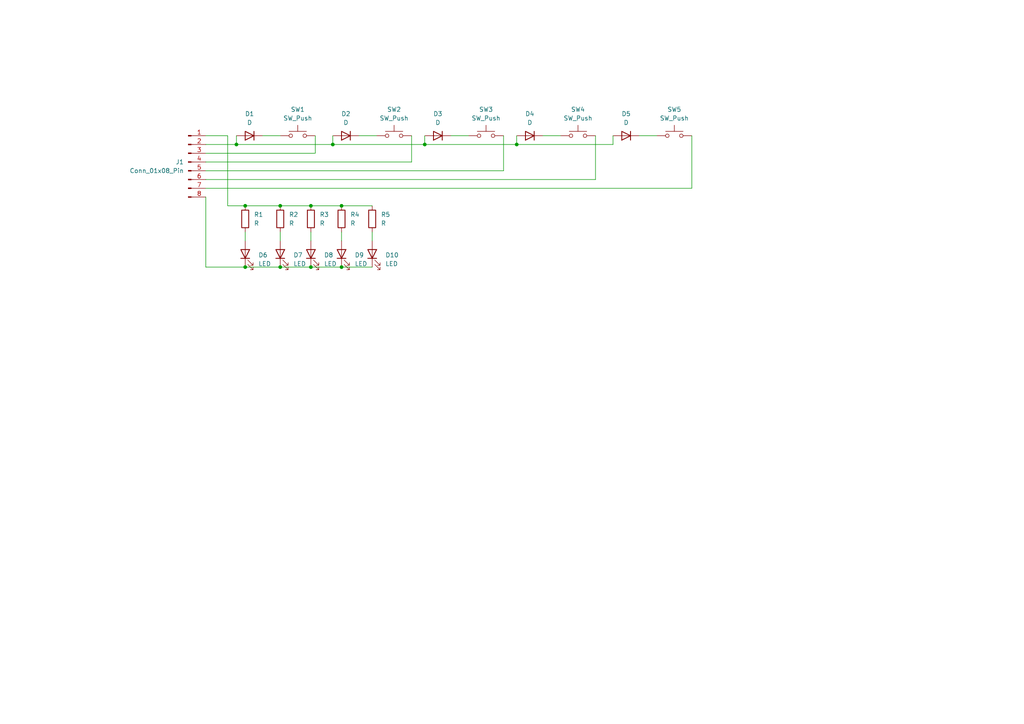
<source format=kicad_sch>
(kicad_sch (version 20250114) (generator "eeschema") (generator_version "9.0")
  (paper "A4")
  (lib_symbols
    (symbol "Connector:Conn_01x08_Pin" (pin_names (offset 1.016) (hide yes))
      (property "Reference" "J" (at 0 10.16 0))
      (property "Value" "Conn_01x08_Pin" (at 0 -12.7 0))
      (symbol "Conn_01x08_Pin_1_1"
        (rectangle (start 0.8636 7.747) (end 0 7.493) (stroke (width 0.1524)) (fill (type outline)))
        (rectangle (start 0.8636 5.207) (end 0 4.953) (stroke (width 0.1524)) (fill (type outline)))
        (rectangle (start 0.8636 2.667) (end 0 2.413) (stroke (width 0.1524)) (fill (type outline)))
        (rectangle (start 0.8636 0.127) (end 0 -0.127) (stroke (width 0.1524)) (fill (type outline)))
        (rectangle (start 0.8636 -2.413) (end 0 -2.667) (stroke (width 0.1524)) (fill (type outline)))
        (rectangle (start 0.8636 -4.953) (end 0 -5.207) (stroke (width 0.1524)) (fill (type outline)))
        (rectangle (start 0.8636 -7.493) (end 0 -7.747) (stroke (width 0.1524)) (fill (type outline)))
        (rectangle (start 0.8636 -10.033) (end 0 -10.287) (stroke (width 0.1524)) (fill (type outline)))
        (polyline (pts (xy 1.27 7.62) (xy 0.8636 7.62)) (stroke (width 0.1524)))
        (polyline (pts (xy 1.27 5.08) (xy 0.8636 5.08)) (stroke (width 0.1524)))
        (polyline (pts (xy 1.27 2.54) (xy 0.8636 2.54)) (stroke (width 0.1524)))
        (polyline (pts (xy 1.27 0) (xy 0.8636 0)) (stroke (width 0.1524)))
        (polyline (pts (xy 1.27 -2.54) (xy 0.8636 -2.54)) (stroke (width 0.1524)))
        (polyline (pts (xy 1.27 -5.08) (xy 0.8636 -5.08)) (stroke (width 0.1524)))
        (polyline (pts (xy 1.27 -7.62) (xy 0.8636 -7.62)) (stroke (width 0.1524)))
        (polyline (pts (xy 1.27 -10.16) (xy 0.8636 -10.16)) (stroke (width 0.1524)))
        (pin passive line (at 5.08 7.62 180) (length 3.81) (name "Pin_1") (number "1"))
        (pin passive line (at 5.08 5.08 180) (length 3.81) (name "Pin_2") (number "2"))
        (pin passive line (at 5.08 2.54 180) (length 3.81) (name "Pin_3") (number "3"))
        (pin passive line (at 5.08 0 180) (length 3.81) (name "Pin_4") (number "4"))
        (pin passive line (at 5.08 -2.54 180) (length 3.81) (name "Pin_5") (number "5"))
        (pin passive line (at 5.08 -5.08 180) (length 3.81) (name "Pin_6") (number "6"))
        (pin passive line (at 5.08 -7.62 180) (length 3.81) (name "Pin_7") (number "7"))
        (pin passive line (at 5.08 -10.16 180) (length 3.81) (name "Pin_8") (number "8"))
      )
    )
    (symbol "Device:D" (pin_numbers (hide yes)) (pin_names (offset 1.016) (hide yes))
      (property "Reference" "D" (at 0 2.54 0))
      (property "Value" "D" (at 0 -2.54 0))
      (symbol "D_0_1"
        (polyline (pts (xy -1.27 1.27) (xy -1.27 -1.27)) (stroke (width 0.254)))
        (polyline (pts (xy 1.27 1.27) (xy 1.27 -1.27) (xy -1.27 0) (xy 1.27 1.27)) (stroke (width 0.254)))
        (polyline (pts (xy 1.27 0) (xy -1.27 0)))
      )
      (symbol "D_1_1"
        (pin passive line (at -3.81 0 0) (length 2.54) (name "K") (number "1"))
        (pin passive line (at 3.81 0 180) (length 2.54) (name "A") (number "2"))
      )
    )
    (symbol "Device:LED" (pin_numbers (hide yes)) (pin_names (offset 1.016) (hide yes))
      (property "Reference" "D" (at 0 2.54 0))
      (property "Value" "LED" (at 0 -2.54 0))
      (symbol "LED_0_1"
        (polyline (pts (xy -3.048 -0.762) (xy -4.572 -2.286) (xy -3.81 -2.286) (xy -4.572 -2.286) (xy -4.572 -1.524)))
        (polyline (pts (xy -1.778 -0.762) (xy -3.302 -2.286) (xy -2.54 -2.286) (xy -3.302 -2.286) (xy -3.302 -1.524)))
        (polyline (pts (xy -1.27 0) (xy 1.27 0)))
        (polyline (pts (xy -1.27 -1.27) (xy -1.27 1.27)) (stroke (width 0.254)))
        (polyline (pts (xy 1.27 -1.27) (xy 1.27 1.27) (xy -1.27 0) (xy 1.27 -1.27)) (stroke (width 0.254)))
      )
      (symbol "LED_1_1"
        (pin passive line (at -3.81 0 0) (length 2.54) (name "K") (number "1"))
        (pin passive line (at 3.81 0 180) (length 2.54) (name "A") (number "2"))
      )
    )
    (symbol "Device:R" (pin_numbers (hide yes)) (pin_names (offset 0))
      (property "Reference" "R" (at 2.032 0 90))
      (property "Value" "R" (at 0 0 90))
      (symbol "R_0_1"
        (rectangle (start -1.016 -2.54) (end 1.016 2.54) (stroke (width 0.254)))
      )
      (symbol "R_1_1"
        (pin passive line (at 0 3.81 270) (length 1.27) (name "~") (number "1"))
        (pin passive line (at 0 -3.81 90) (length 1.27) (name "~") (number "2"))
      )
    )
    (symbol "Switch:SW_Push" (pin_numbers (hide yes)) (pin_names (offset 1.016) (hide yes))
      (property "Reference" "SW" (at 1.27 2.54 0))
      (property "Value" "SW_Push" (at 0 -1.524 0))
      (symbol "SW_Push_0_1"
        (circle (center -2.032 0) (radius 0.508))
        (polyline (pts (xy 0 1.27) (xy 0 3.048)))
        (circle (center 2.032 0) (radius 0.508))
        (polyline (pts (xy 2.54 1.27) (xy -2.54 1.27)))
        (pin passive line (at -5.08 0 0) (length 2.54) (name "1") (number "1"))
        (pin passive line (at 5.08 0 180) (length 2.54) (name "2") (number "2"))
      )
    )
  )
  (junction (at 149.86 41.91))
  (junction (at 90.17 59.69))
  (junction (at 99.06 59.69))
  (junction (at 71.12 59.69))
  (junction (at 68.58 41.91))
  (junction (at 99.06 77.47))
  (junction (at 81.28 77.47))
  (junction (at 96.52 41.91))
  (junction (at 71.12 77.47))
  (junction (at 123.19 41.91))
  (junction (at 81.28 59.69))
  (junction (at 90.17 77.47))
  (wire (pts (xy 123.19 41.91) (xy 149.86 41.91)))
  (wire (pts (xy 71.12 77.47) (xy 59.69 77.47)))
  (wire (pts (xy 99.06 59.69) (xy 107.95 59.69)))
  (wire (pts (xy 104.14 39.37) (xy 109.22 39.37)))
  (wire (pts (xy 71.12 67.31) (xy 71.12 69.85)))
  (wire (pts (xy 99.06 67.31) (xy 99.06 69.85)))
  (wire (pts (xy 149.86 41.91) (xy 177.8 41.91)))
  (wire (pts (xy 146.05 39.37) (xy 146.05 49.53)))
  (wire (pts (xy 96.52 39.37) (xy 96.52 41.91)))
  (wire (pts (xy 123.19 39.37) (xy 123.19 41.91)))
  (wire (pts (xy 59.69 77.47) (xy 59.69 57.15)))
  (wire (pts (xy 81.28 59.69) (xy 90.17 59.69)))
  (wire (pts (xy 107.95 67.31) (xy 107.95 69.85)))
  (wire (pts (xy 200.66 39.37) (xy 200.66 54.61)))
  (wire (pts (xy 177.8 41.91) (xy 177.8 39.37)))
  (wire (pts (xy 71.12 59.69) (xy 81.28 59.69)))
  (wire (pts (xy 172.72 39.37) (xy 172.72 52.07)))
  (wire (pts (xy 91.44 44.45) (xy 59.69 44.45)))
  (wire (pts (xy 59.69 39.37) (xy 66.04 39.37)))
  (wire (pts (xy 71.12 77.47) (xy 81.28 77.47)))
  (wire (pts (xy 130.81 39.37) (xy 135.89 39.37)))
  (wire (pts (xy 149.86 39.37) (xy 149.86 41.91)))
  (wire (pts (xy 146.05 49.53) (xy 59.69 49.53)))
  (wire (pts (xy 157.48 39.37) (xy 162.56 39.37)))
  (wire (pts (xy 59.69 41.91) (xy 68.58 41.91)))
  (wire (pts (xy 66.04 39.37) (xy 66.04 59.69)))
  (wire (pts (xy 119.38 46.99) (xy 59.69 46.99)))
  (wire (pts (xy 185.42 39.37) (xy 190.5 39.37)))
  (wire (pts (xy 81.28 77.47) (xy 90.17 77.47)))
  (wire (pts (xy 99.06 77.47) (xy 107.95 77.47)))
  (wire (pts (xy 200.66 54.61) (xy 59.69 54.61)))
  (wire (pts (xy 91.44 39.37) (xy 91.44 44.45)))
  (wire (pts (xy 172.72 52.07) (xy 59.69 52.07)))
  (wire (pts (xy 66.04 59.69) (xy 71.12 59.69)))
  (wire (pts (xy 90.17 77.47) (xy 99.06 77.47)))
  (wire (pts (xy 96.52 41.91) (xy 123.19 41.91)))
  (wire (pts (xy 90.17 67.31) (xy 90.17 69.85)))
  (wire (pts (xy 68.58 39.37) (xy 68.58 41.91)))
  (wire (pts (xy 76.2 39.37) (xy 81.28 39.37)))
  (wire (pts (xy 90.17 59.69) (xy 99.06 59.69)))
  (wire (pts (xy 68.58 41.91) (xy 96.52 41.91)))
  (wire (pts (xy 81.28 67.31) (xy 81.28 69.85)))
  (wire (pts (xy 119.38 39.37) (xy 119.38 46.99)))
  (symbol (lib_id "Device:D") (at 153.67 39.37 180) (unit 1)
    (property "Reference" "D4" (at 153.67 33.02 0))
    (property "Value" "D" (at 153.67 35.56 0))
    (property "Footprint" "Diode_THT:D_A-405_P2.54mm_Vertical_AnodeUp" (effects (hide yes)))
    (property "Description" "Diode" (effects (hide yes)))
    (property "Sim.Device" "D" (effects (hide yes)))
    (property "Sim.Pins" "1=K 2=A" (effects (hide yes)))
  )
  (symbol (lib_id "Device:LED") (at 90.17 73.66 90) (unit 1) (on_board no)
    (property "Reference" "D8" (at 93.98 73.9774 90) (effects (justify right)))
    (property "Value" "LED" (at 93.98 76.5174 90) (effects (justify right)))
    (property "Footprint" "LED_THT:LED_D1.8mm_W3.3mm_H2.4mm" (effects (hide yes)))
    (property "Description" "Light emitting diode" (effects (hide yes)))
    (property "Sim.Pins" "1=K 2=A" (effects (hide yes)))
  )
  (symbol (lib_id "Device:D") (at 127 39.37 180) (unit 1)
    (property "Reference" "D3" (at 127 33.02 0))
    (property "Value" "D" (at 127 35.56 0))
    (property "Footprint" "Diode_THT:D_A-405_P2.54mm_Vertical_AnodeUp" (effects (hide yes)))
    (property "Description" "Diode" (effects (hide yes)))
    (property "Sim.Device" "D" (effects (hide yes)))
    (property "Sim.Pins" "1=K 2=A" (effects (hide yes)))
  )
  (symbol (lib_id "Device:D") (at 100.33 39.37 180) (unit 1)
    (property "Reference" "D2" (at 100.33 33.02 0))
    (property "Value" "D" (at 100.33 35.56 0))
    (property "Footprint" "Diode_THT:D_A-405_P2.54mm_Vertical_AnodeUp" (effects (hide yes)))
    (property "Description" "Diode" (effects (hide yes)))
    (property "Sim.Device" "D" (effects (hide yes)))
    (property "Sim.Pins" "1=K 2=A" (effects (hide yes)))
  )
  (symbol (lib_id "Device:R") (at 81.28 63.5 0) (unit 1) (on_board no)
    (property "Reference" "R2" (at 83.82 62.2299 0) (effects (justify left)))
    (property "Value" "R" (at 83.82 64.7699 0) (effects (justify left)))
    (property "Footprint" "Resistor_THT:R_Axial_DIN0204_L3.6mm_D1.6mm_P5.08mm_Horizontal" (effects (hide yes)))
    (property "Description" "Resistor" (effects (hide yes)))
  )
  (symbol (lib_id "Device:D") (at 181.61 39.37 180) (unit 1)
    (property "Reference" "D5" (at 181.61 33.02 0))
    (property "Value" "D" (at 181.61 35.56 0))
    (property "Footprint" "Diode_THT:D_A-405_P2.54mm_Vertical_AnodeUp" (effects (hide yes)))
    (property "Description" "Diode" (effects (hide yes)))
    (property "Sim.Device" "D" (effects (hide yes)))
    (property "Sim.Pins" "1=K 2=A" (effects (hide yes)))
  )
  (symbol (lib_id "Switch:SW_Push") (at 195.58 39.37 0) (unit 1)
    (property "Reference" "SW5" (at 195.58 31.75 0))
    (property "Value" "SW_Push" (at 195.58 34.29 0))
    (property "Footprint" "Library:SW_PUSH-12mm-mini" (effects (hide yes)))
    (property "Description" "Push button switch, generic, two pins" (effects (hide yes)))
  )
  (symbol (lib_id "Device:LED") (at 107.95 73.66 90) (unit 1) (on_board no)
    (property "Reference" "D10" (at 111.76 73.9774 90) (effects (justify right)))
    (property "Value" "LED" (at 111.76 76.5174 90) (effects (justify right)))
    (property "Footprint" "LED_THT:LED_D1.8mm_W3.3mm_H2.4mm" (effects (hide yes)))
    (property "Description" "Light emitting diode" (effects (hide yes)))
    (property "Sim.Pins" "1=K 2=A" (effects (hide yes)))
  )
  (symbol (lib_id "Switch:SW_Push") (at 167.64 39.37 0) (unit 1)
    (property "Reference" "SW4" (at 167.64 31.75 0))
    (property "Value" "SW_Push" (at 167.64 34.29 0))
    (property "Footprint" "Library:SW_PUSH-12mm-mini" (effects (hide yes)))
    (property "Description" "Push button switch, generic, two pins" (effects (hide yes)))
  )
  (symbol (lib_id "Device:R") (at 71.12 63.5 0) (unit 1) (on_board no)
    (property "Reference" "R1" (at 73.66 62.2299 0) (effects (justify left)))
    (property "Value" "R" (at 73.66 64.7699 0) (effects (justify left)))
    (property "Footprint" "Resistor_THT:R_Axial_DIN0204_L3.6mm_D1.6mm_P5.08mm_Horizontal" (effects (hide yes)))
    (property "Description" "Resistor" (effects (hide yes)))
  )
  (symbol (lib_id "Switch:SW_Push") (at 86.36 39.37 0) (unit 1)
    (property "Reference" "SW1" (at 86.36 31.75 0))
    (property "Value" "SW_Push" (at 86.36 34.29 0))
    (property "Footprint" "Library:SW_PUSH-12mm-mini" (effects (hide yes)))
    (property "Description" "Push button switch, generic, two pins" (effects (hide yes)))
  )
  (symbol (lib_id "Device:D") (at 72.39 39.37 180) (unit 1)
    (property "Reference" "D1" (at 72.39 33.02 0))
    (property "Value" "D" (at 72.39 35.56 0))
    (property "Footprint" "Diode_THT:D_A-405_P2.54mm_Vertical_AnodeUp" (effects (hide yes)))
    (property "Description" "Diode" (effects (hide yes)))
    (property "Sim.Device" "D" (effects (hide yes)))
    (property "Sim.Pins" "1=K 2=A" (effects (hide yes)))
  )
  (symbol (lib_id "Device:R") (at 90.17 63.5 0) (unit 1) (on_board no)
    (property "Reference" "R3" (at 92.71 62.2299 0) (effects (justify left)))
    (property "Value" "R" (at 92.71 64.7699 0) (effects (justify left)))
    (property "Footprint" "Resistor_THT:R_Axial_DIN0204_L3.6mm_D1.6mm_P5.08mm_Horizontal" (effects (hide yes)))
    (property "Description" "Resistor" (effects (hide yes)))
  )
  (symbol (lib_id "Device:LED") (at 71.12 73.66 90) (unit 1) (on_board no)
    (property "Reference" "D6" (at 74.93 73.9774 90) (effects (justify right)))
    (property "Value" "LED" (at 74.93 76.5174 90) (effects (justify right)))
    (property "Footprint" "LED_THT:LED_D1.8mm_W3.3mm_H2.4mm" (effects (hide yes)))
    (property "Description" "Light emitting diode" (effects (hide yes)))
    (property "Sim.Pins" "1=K 2=A" (effects (hide yes)))
  )
  (symbol (lib_id "Device:R") (at 99.06 63.5 0) (unit 1) (on_board no)
    (property "Reference" "R4" (at 101.6 62.2299 0) (effects (justify left)))
    (property "Value" "R" (at 101.6 64.7699 0) (effects (justify left)))
    (property "Footprint" "Resistor_THT:R_Axial_DIN0204_L3.6mm_D1.6mm_P5.08mm_Horizontal" (effects (hide yes)))
    (property "Description" "Resistor" (effects (hide yes)))
  )
  (symbol (lib_id "Switch:SW_Push") (at 140.97 39.37 0) (unit 1)
    (property "Reference" "SW3" (at 140.97 31.75 0))
    (property "Value" "SW_Push" (at 140.97 34.29 0))
    (property "Footprint" "Library:SW_PUSH-12mm-mini" (effects (hide yes)))
    (property "Description" "Push button switch, generic, two pins" (effects (hide yes)))
  )
  (symbol (lib_id "Device:R") (at 107.95 63.5 0) (unit 1) (on_board no)
    (property "Reference" "R5" (at 110.49 62.2299 0) (effects (justify left)))
    (property "Value" "R" (at 110.49 64.7699 0) (effects (justify left)))
    (property "Footprint" "Resistor_THT:R_Axial_DIN0204_L3.6mm_D1.6mm_P5.08mm_Horizontal" (effects (hide yes)))
    (property "Description" "Resistor" (effects (hide yes)))
  )
  (symbol (lib_id "Device:LED") (at 81.28 73.66 90) (unit 1) (on_board no)
    (property "Reference" "D7" (at 85.09 73.9774 90) (effects (justify right)))
    (property "Value" "LED" (at 85.09 76.5174 90) (effects (justify right)))
    (property "Footprint" "LED_THT:LED_D1.8mm_W3.3mm_H2.4mm" (effects (hide yes)))
    (property "Description" "Light emitting diode" (effects (hide yes)))
    (property "Sim.Pins" "1=K 2=A" (effects (hide yes)))
  )
  (symbol (lib_id "Device:LED") (at 99.06 73.66 90) (unit 1) (on_board no)
    (property "Reference" "D9" (at 102.87 73.9774 90) (effects (justify right)))
    (property "Value" "LED" (at 102.87 76.5174 90) (effects (justify right)))
    (property "Footprint" "LED_THT:LED_D1.8mm_W3.3mm_H2.4mm" (effects (hide yes)))
    (property "Description" "Light emitting diode" (effects (hide yes)))
    (property "Sim.Pins" "1=K 2=A" (effects (hide yes)))
  )
  (symbol (lib_id "Switch:SW_Push") (at 114.3 39.37 0) (unit 1)
    (property "Reference" "SW2" (at 114.3 31.75 0))
    (property "Value" "SW_Push" (at 114.3 34.29 0))
    (property "Footprint" "Library:SW_PUSH-12mm-mini" (effects (hide yes)))
    (property "Description" "Push button switch, generic, two pins" (effects (hide yes)))
  )
  (symbol (lib_id "Connector:Conn_01x08_Pin") (at 54.61 46.99 0) (unit 1)
    (property "Reference" "J1" (at 53.34 46.9899 0) (effects (justify right)))
    (property "Value" "Conn_01x08_Pin" (at 53.34 49.5299 0) (effects (justify right)))
    (property "Footprint" "Connector_JST:JST_ZH_B8B-ZR_1x08_P1.50mm_Vertical" (effects (hide yes)))
    (property "Description" "Generic connector, single row, 01x08, script generated" (effects (hide yes)))
  )
)
</source>
